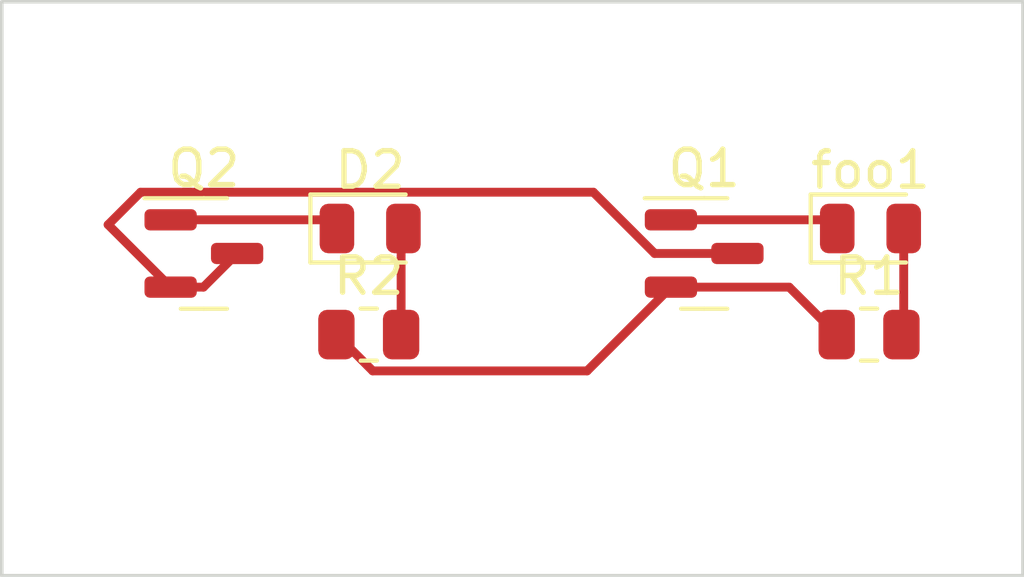
<source format=kicad_pcb>
(kicad_pcb (version 20201220) (generator pcbnew)
  (layers (0 "F.Cu" signal) (31 "B.Cu" signal) (34 "B.Paste" user) (35 "F.Paste" user) (36 "B.SilkS" user "B.Silkscreen") (37 "F.SilkS" user "F.Silkscreen") (38 "B.Mask" user) (39 "F.Mask" user) (44 "Edge.Cuts" user))
  (net 0 "")
  (net 1 "Net-(R1-Pad2)")
  (net 2 "/whole1/switched")
  (net 3 "Net-(D2-Pad2)")
  (net 4 "/whole2/switched")
  (net 5 "GND")
  (net 6 "+3V3")
  (footprint "Package_TO_SOT_SMD:SOT-23" (layer "F.Cu") (at 171.31 98.705)
    (fp_text reference "Q1" (at 0 -2.4) (layer "F.SilkS"))
    (fp_text value "Q_NMOS_DGS")
    (fp_line (start 0 1.56) (end 0.65 1.56) (layer "F.SilkS") (width 0.12))
    (fp_line (start 0 -1.56) (end 0.65 -1.56) (layer "F.SilkS") (width 0.12))
    (fp_line (start 0 1.56) (end -0.65 1.56) (layer "F.SilkS") (width 0.12))
    (fp_line (start 0 -1.56) (end -1.675 -1.56) (layer "F.SilkS") (width 0.12))
    (pad "1" smd roundrect (at -0.9375 -0.95) (size 1.475 0.6) (layers "F.Cu" "F.Paste" "F.Mask") (net 2 "/whole1/switched"))
    (pad "2" smd roundrect (at -0.9375 0.95) (size 1.475 0.6) (layers "F.Cu" "F.Paste" "F.Mask") (net 6 "+3V3"))
    (pad "3" smd roundrect (at 0.9375 0) (size 1.475 0.6) (layers "F.Cu" "F.Paste" "F.Mask") (net 5 "GND"))
  )
  (footprint "Package_TO_SOT_SMD:SOT-23" (layer "F.Cu") (at 157.2 98.705)
    (fp_text reference "Q2" (at 0 -2.4) (layer "F.SilkS"))
    (fp_text value "Q_NMOS_DGS")
    (fp_line (start 0 1.56) (end -0.65 1.56) (layer "F.SilkS") (width 0.12))
    (fp_line (start 0 -1.56) (end 0.65 -1.56) (layer "F.SilkS") (width 0.12))
    (fp_line (start 0 1.56) (end 0.65 1.56) (layer "F.SilkS") (width 0.12))
    (fp_line (start 0 -1.56) (end -1.675 -1.56) (layer "F.SilkS") (width 0.12))
    (pad "1" smd roundrect (at -0.9375 -0.95) (size 1.475 0.6) (layers "F.Cu" "F.Paste" "F.Mask") (net 4 "/whole2/switched"))
    (pad "2" smd roundrect (at -0.9375 0.95) (size 1.475 0.6) (layers "F.Cu" "F.Paste" "F.Mask") (net 5 "GND"))
    (pad "3" smd roundrect (at 0.9375 0) (size 1.475 0.6) (layers "F.Cu" "F.Paste" "F.Mask") (net 5 "GND"))
  )
  (footprint "LED_SMD:LED_0805_2012Metric" (layer "F.Cu") (at 161.89 98)
    (fp_text reference "D2" (at 0 -1.65) (layer "F.SilkS"))
    (fp_text value "LED")
    (fp_line (start -1.685 -0.96) (end -1.685 0.96) (layer "F.SilkS") (width 0.12))
    (fp_line (start -1.685 0.96) (end 1 0.96) (layer "F.SilkS") (width 0.12))
    (fp_line (start 1 -0.96) (end -1.685 -0.96) (layer "F.SilkS") (width 0.12))
    (pad "1" smd roundrect (at -0.9375 0) (size 0.975 1.4) (layers "F.Cu" "F.Paste" "F.Mask") (net 4 "/whole2/switched"))
    (pad "2" smd roundrect (at 0.9375 0) (size 0.975 1.4) (layers "F.Cu" "F.Paste" "F.Mask") (net 3 "Net-(D2-Pad2)"))
  )
  (footprint "LED_SMD:LED_0805_2012Metric" (layer "F.Cu") (at 176 98)
    (fp_text reference "foo1" (at 0 -1.65) (layer "F.SilkS"))
    (fp_text value "LED")
    (fp_line (start -1.685 -0.96) (end -1.685 0.96) (layer "F.SilkS") (width 0.12))
    (fp_line (start -1.685 0.96) (end 1 0.96) (layer "F.SilkS") (width 0.12))
    (fp_line (start 1 -0.96) (end -1.685 -0.96) (layer "F.SilkS") (width 0.12))
    (pad "1" smd roundrect (at -0.9375 0) (size 0.975 1.4) (layers "F.Cu" "F.Paste" "F.Mask") (net 2 "/whole1/switched"))
    (pad "2" smd roundrect (at 0.9375 0) (size 0.975 1.4) (layers "F.Cu" "F.Paste" "F.Mask") (net 1 "Net-(R1-Pad2)"))
  )
  (footprint "Resistor_SMD:R_0805_2012Metric" (layer "F.Cu") (at 175.96 100.995)
    (fp_text reference "R1" (at 0 -1.65) (layer "F.SilkS"))
    (fp_text value "R")
    (fp_line (start -0.227064 0.735) (end 0.227064 0.735) (layer "F.SilkS") (width 0.12))
    (fp_line (start -0.227064 -0.735) (end 0.227064 -0.735) (layer "F.SilkS") (width 0.12))
    (pad "1" smd roundrect (at -0.9125 0) (size 1.025 1.4) (layers "F.Cu" "F.Paste" "F.Mask") (roundrect_rratio 0.243902) (net 6 "+3V3"))
    (pad "2" smd roundrect (at 0.9125 0) (size 1.025 1.4) (layers "F.Cu" "F.Paste" "F.Mask") (roundrect_rratio 0.243902) (net 1 "Net-(R1-Pad2)"))
  )
  (footprint "Resistor_SMD:R_0805_2012Metric" (layer "F.Cu") (at 161.85 100.995)
    (fp_text reference "R2" (at 0 -1.65) (layer "F.SilkS"))
    (fp_text value "R")
    (fp_line (start -0.227064 -0.735) (end 0.227064 -0.735) (layer "F.SilkS") (width 0.12))
    (fp_line (start -0.227064 0.735) (end 0.227064 0.735) (layer "F.SilkS") (width 0.12))
    (pad "1" smd roundrect (at -0.9125 0) (size 1.025 1.4) (layers "F.Cu" "F.Paste" "F.Mask") (roundrect_rratio 0.243902) (net 6 "+3V3"))
    (pad "2" smd roundrect (at 0.9125 0) (size 1.025 1.4) (layers "F.Cu" "F.Paste" "F.Mask") (roundrect_rratio 0.243902) (net 3 "Net-(D2-Pad2)"))
  )
  (gr_rect (start 151.5 91.6) (end 180.3 107.8) (layer "Edge.Cuts") (width 0.1) (fill none))
  (segment (start 176.9375 98) (end 176.9375 100.93) (width 0.25) (layer "F.Cu") (net 1))
  (segment (start 176.9375 100.93) (end 176.8725 100.995) (width 0.25) (layer "F.Cu") (net 1))
  (segment (start 170.3725 97.755) (end 174.8175 97.755) (width 0.25) (layer "F.Cu") (net 2))
  (segment (start 174.8175 97.755) (end 175.0625 98) (width 0.25) (layer "F.Cu") (net 2))
  (segment (start 162.7625 100.995) (end 162.7625 98.065) (width 0.25) (layer "F.Cu") (net 3))
  (segment (start 162.7625 98.065) (end 162.8275 98) (width 0.25) (layer "F.Cu") (net 3))
  (segment (start 156.2625 97.755) (end 160.7075 97.755) (width 0.25) (layer "F.Cu") (net 4))
  (segment (start 160.7075 97.755) (end 160.9525 98) (width 0.25) (layer "F.Cu") (net 4))
  (segment (start 154.5 97.8925) (end 155.41751 96.97499) (width 0.25) (layer "F.Cu") (net 5))
  (segment (start 156.2625 99.655) (end 157.1875 99.655) (width 0.25) (layer "F.Cu") (net 5))
  (segment (start 168.183222 96.97499) (end 169.913232 98.705) (width 0.25) (layer "F.Cu") (net 5))
  (segment (start 157.1875 99.655) (end 158.1375 98.705) (width 0.25) (layer "F.Cu") (net 5))
  (segment (start 155.41751 96.97499) (end 168.183222 96.97499) (width 0.25) (layer "F.Cu") (net 5))
  (segment (start 156.2625 99.655) (end 154.5 97.8925) (width 0.25) (layer "F.Cu") (net 5))
  (segment (start 169.913232 98.705) (end 172.2475 98.705) (width 0.25) (layer "F.Cu") (net 5))
  (segment (start 160.9375 100.995) (end 161.96251 102.02001) (width 0.25) (layer "F.Cu") (net 6))
  (segment (start 173.7075 99.655) (end 175.0475 100.995) (width 0.25) (layer "F.Cu") (net 6))
  (segment (start 168.00749 102.02001) (end 170.3725 99.655) (width 0.25) (layer "F.Cu") (net 6))
  (segment (start 161.96251 102.02001) (end 168.00749 102.02001) (width 0.25) (layer "F.Cu") (net 6))
  (segment (start 170.3725 99.655) (end 173.7075 99.655) (width 0.25) (layer "F.Cu") (net 6))
)
</source>
